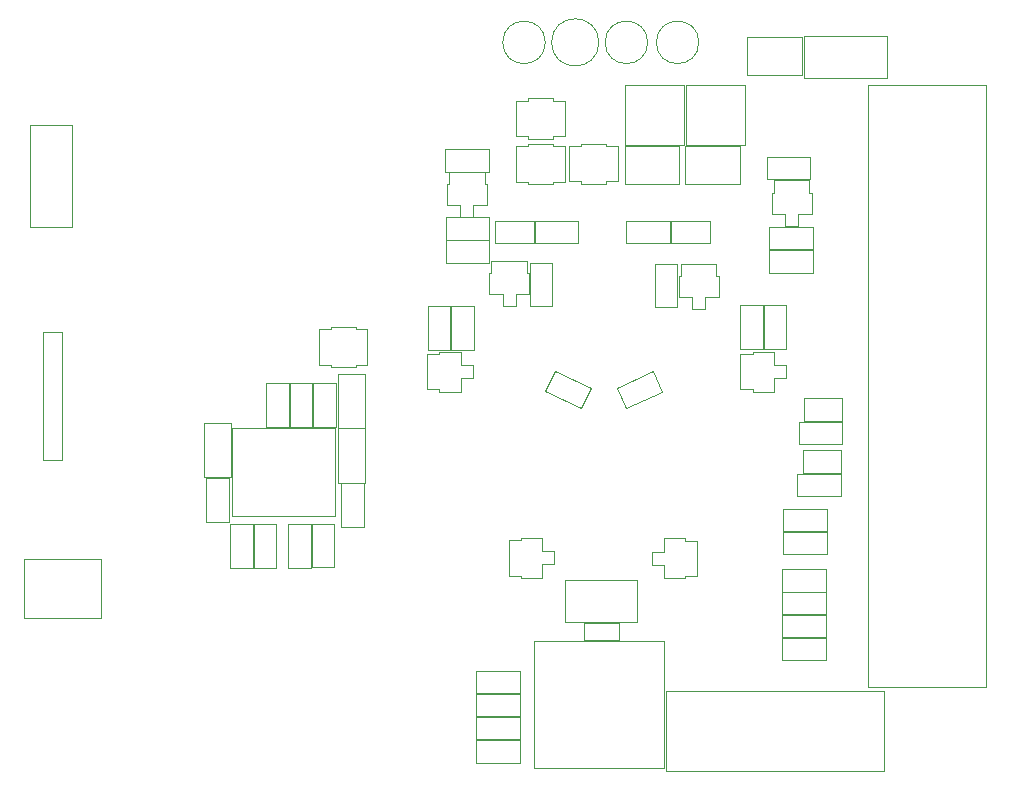
<source format=gbr>
%TF.GenerationSoftware,KiCad,Pcbnew,9.0.2*%
%TF.CreationDate,2025-07-21T22:11:43-06:00*%
%TF.ProjectId,Pico_H-bridge_complete,5069636f-5f48-42d6-9272-696467655f63,rev?*%
%TF.SameCoordinates,Original*%
%TF.FileFunction,Other,User*%
%FSLAX46Y46*%
G04 Gerber Fmt 4.6, Leading zero omitted, Abs format (unit mm)*
G04 Created by KiCad (PCBNEW 9.0.2) date 2025-07-21 22:11:43*
%MOMM*%
%LPD*%
G01*
G04 APERTURE LIST*
%ADD10C,0.050000*%
G04 APERTURE END LIST*
D10*
%TO.C,Q6*%
X147540000Y-71440000D02*
X147740000Y-71440000D01*
X147540000Y-73240000D02*
X147540000Y-71440000D01*
X147740000Y-70410000D02*
X150740000Y-70410000D01*
X147740000Y-71440000D02*
X147740000Y-70410000D01*
X148690000Y-73240000D02*
X147540000Y-73240000D01*
X148690000Y-74270000D02*
X148690000Y-73240000D01*
X149790000Y-73240000D02*
X149790000Y-74270000D01*
X149790000Y-74270000D02*
X148690000Y-74270000D01*
X150740000Y-70410000D02*
X150740000Y-71440000D01*
X150740000Y-71440000D02*
X150940000Y-71440000D01*
X150940000Y-71440000D02*
X150940000Y-73240000D01*
X150940000Y-73240000D02*
X149790000Y-73240000D01*
%TO.C,R34*%
X148420000Y-107175000D02*
X152120000Y-107175000D01*
X148420000Y-109075000D02*
X148420000Y-107175000D01*
X152120000Y-107175000D02*
X152120000Y-109075000D01*
X152120000Y-109075000D02*
X148420000Y-109075000D01*
%TO.C,C4*%
X145470000Y-58305000D02*
X150070000Y-58305000D01*
X145470000Y-61505000D02*
X145470000Y-58305000D01*
X150070000Y-58305000D02*
X150070000Y-61505000D01*
X150070000Y-61505000D02*
X145470000Y-61505000D01*
%TO.C,R5*%
X122530000Y-115840000D02*
X126230000Y-115840000D01*
X122530000Y-117740000D02*
X122530000Y-115840000D01*
X126230000Y-115840000D02*
X126230000Y-117740000D01*
X126230000Y-117740000D02*
X122530000Y-117740000D01*
%TO.C,R4*%
X149720000Y-95231429D02*
X153420000Y-95231429D01*
X149720000Y-97131429D02*
X149720000Y-95231429D01*
X153420000Y-95231429D02*
X153420000Y-97131429D01*
X153420000Y-97131429D02*
X149720000Y-97131429D01*
%TO.C,R2*%
X127475000Y-73841000D02*
X131175000Y-73841000D01*
X127475000Y-75741000D02*
X127475000Y-73841000D01*
X131175000Y-73841000D02*
X131175000Y-75741000D01*
X131175000Y-75741000D02*
X127475000Y-75741000D01*
%TO.C,TP2*%
X141372778Y-58725000D02*
G75*
G02*
X137772778Y-58725000I-1800000J0D01*
G01*
X137772778Y-58725000D02*
G75*
G02*
X141372778Y-58725000I1800000J0D01*
G01*
%TO.C,J4*%
X130085000Y-104225000D02*
X130085000Y-107765000D01*
X130085000Y-107765000D02*
X136175000Y-107765000D01*
X136175000Y-104225000D02*
X130085000Y-104225000D01*
X136175000Y-107765000D02*
X136175000Y-104225000D01*
%TO.C,R31*%
X119890000Y-67763334D02*
X123590000Y-67763334D01*
X119890000Y-69663334D02*
X119890000Y-67763334D01*
X123590000Y-67763334D02*
X123590000Y-69663334D01*
X123590000Y-69663334D02*
X119890000Y-69663334D01*
%TO.C,R24*%
X148520000Y-98235714D02*
X152220000Y-98235714D01*
X148520000Y-100135714D02*
X148520000Y-98235714D01*
X152220000Y-98235714D02*
X152220000Y-100135714D01*
X152220000Y-100135714D02*
X148520000Y-100135714D01*
%TO.C,R27*%
X144870000Y-80950000D02*
X146770000Y-80950000D01*
X144870000Y-84650000D02*
X144870000Y-80950000D01*
X146770000Y-80950000D02*
X146770000Y-84650000D01*
X146770000Y-84650000D02*
X144870000Y-84650000D01*
%TO.C,R12*%
X101715000Y-99510000D02*
X103615000Y-99510000D01*
X101715000Y-103210000D02*
X101715000Y-99510000D01*
X103615000Y-99510000D02*
X103615000Y-103210000D01*
X103615000Y-103210000D02*
X101715000Y-103210000D01*
%TO.C,TP6*%
X132907593Y-58725000D02*
G75*
G02*
X128907593Y-58725000I-2000000J0D01*
G01*
X128907593Y-58725000D02*
G75*
G02*
X132907593Y-58725000I2000000J0D01*
G01*
%TO.C,J2*%
X138625000Y-113655000D02*
X138625000Y-120405000D01*
X138625000Y-120405000D02*
X157025000Y-120405000D01*
X157025000Y-113655000D02*
X138625000Y-113655000D01*
X157025000Y-120405000D02*
X157025000Y-113655000D01*
%TO.C,J1*%
X155720000Y-62300000D02*
X155720000Y-113300000D01*
X155720000Y-113300000D02*
X165720000Y-113300000D01*
X165720000Y-62300000D02*
X155720000Y-62300000D01*
X165720000Y-113300000D02*
X165720000Y-62300000D01*
%TO.C,TP3*%
X137040185Y-58725000D02*
G75*
G02*
X133440185Y-58725000I-1800000J0D01*
G01*
X133440185Y-58725000D02*
G75*
G02*
X137040185Y-58725000I1800000J0D01*
G01*
%TO.C,C5*%
X131645000Y-107870000D02*
X134605000Y-107870000D01*
X131645000Y-109330000D02*
X131645000Y-107870000D01*
X134605000Y-107870000D02*
X134605000Y-109330000D01*
X134605000Y-109330000D02*
X131645000Y-109330000D01*
%TO.C,C12*%
X135110000Y-67500000D02*
X139710000Y-67500000D01*
X135110000Y-70700000D02*
X135110000Y-67500000D01*
X139710000Y-67500000D02*
X139710000Y-70700000D01*
X139710000Y-70700000D02*
X135110000Y-70700000D01*
%TO.C,Q3*%
X123610000Y-78255000D02*
X123810000Y-78255000D01*
X123610000Y-80055000D02*
X123610000Y-78255000D01*
X123810000Y-77225000D02*
X126810000Y-77225000D01*
X123810000Y-78255000D02*
X123810000Y-77225000D01*
X124760000Y-80055000D02*
X123610000Y-80055000D01*
X124760000Y-81085000D02*
X124760000Y-80055000D01*
X125860000Y-80055000D02*
X125860000Y-81085000D01*
X125860000Y-81085000D02*
X124760000Y-81085000D01*
X126810000Y-77225000D02*
X126810000Y-78255000D01*
X126810000Y-78255000D02*
X127010000Y-78255000D01*
X127010000Y-78255000D02*
X127010000Y-80055000D01*
X127010000Y-80055000D02*
X125860000Y-80055000D01*
%TO.C,U7*%
X135155000Y-62325000D02*
X135155000Y-67425000D01*
X135155000Y-62325000D02*
X140155000Y-62325000D01*
X140155000Y-67425000D02*
X135155000Y-67425000D01*
X140155000Y-67425000D02*
X140155000Y-62325000D01*
%TO.C,Q5*%
X120040000Y-70706667D02*
X120240000Y-70706667D01*
X120040000Y-72506667D02*
X120040000Y-70706667D01*
X120240000Y-69676667D02*
X123240000Y-69676667D01*
X120240000Y-70706667D02*
X120240000Y-69676667D01*
X121190000Y-72506667D02*
X120040000Y-72506667D01*
X121190000Y-73536667D02*
X121190000Y-72506667D01*
X122290000Y-72506667D02*
X122290000Y-73536667D01*
X122290000Y-73536667D02*
X121190000Y-73536667D01*
X123240000Y-69676667D02*
X123240000Y-70706667D01*
X123240000Y-70706667D02*
X123440000Y-70706667D01*
X123440000Y-70706667D02*
X123440000Y-72506667D01*
X123440000Y-72506667D02*
X122290000Y-72506667D01*
%TO.C,D7*%
X150320000Y-88875000D02*
X150320000Y-90775000D01*
X150320000Y-88875000D02*
X153520000Y-88875000D01*
X150320000Y-90775000D02*
X153520000Y-90775000D01*
X153520000Y-88875000D02*
X153520000Y-90775000D01*
%TO.C,D1*%
X138998000Y-73841000D02*
X142358000Y-73841000D01*
X138998000Y-75741000D02*
X138998000Y-73841000D01*
X142358000Y-73841000D02*
X142358000Y-75741000D01*
X142358000Y-75741000D02*
X138998000Y-75741000D01*
%TO.C,J3*%
X127425000Y-109390000D02*
X127425000Y-120200000D01*
X127425000Y-120200000D02*
X138425000Y-120200000D01*
X138425000Y-109390000D02*
X127425000Y-109390000D01*
X138425000Y-120200000D02*
X138425000Y-109390000D01*
%TO.C,R16*%
X108605000Y-99480000D02*
X110505000Y-99480000D01*
X108605000Y-103180000D02*
X108605000Y-99480000D01*
X110505000Y-99480000D02*
X110505000Y-103180000D01*
X110505000Y-103180000D02*
X108605000Y-103180000D01*
%TO.C,R17*%
X108720000Y-87560000D02*
X110620000Y-87560000D01*
X108720000Y-91260000D02*
X108720000Y-87560000D01*
X110620000Y-87560000D02*
X110620000Y-91260000D01*
X110620000Y-91260000D02*
X108720000Y-91260000D01*
%TO.C,R19*%
X104735000Y-87550000D02*
X106635000Y-87550000D01*
X104735000Y-91250000D02*
X104735000Y-87550000D01*
X106635000Y-87550000D02*
X106635000Y-91250000D01*
X106635000Y-91250000D02*
X104735000Y-91250000D01*
%TO.C,U6*%
X140255000Y-62325000D02*
X140255000Y-67425000D01*
X140255000Y-62325000D02*
X145255000Y-62325000D01*
X145255000Y-67425000D02*
X140255000Y-67425000D01*
X145255000Y-67425000D02*
X145255000Y-62325000D01*
%TO.C,R7*%
X127045000Y-77370000D02*
X128945000Y-77370000D01*
X127045000Y-81070000D02*
X127045000Y-77370000D01*
X128945000Y-77370000D02*
X128945000Y-81070000D01*
X128945000Y-81070000D02*
X127045000Y-81070000D01*
%TO.C,JP1*%
X84780000Y-65715000D02*
X84780000Y-74335000D01*
X84780000Y-74335000D02*
X88320000Y-74335000D01*
X88320000Y-65715000D02*
X84780000Y-65715000D01*
X88320000Y-74335000D02*
X88320000Y-65715000D01*
%TO.C,R35*%
X120417400Y-81047500D02*
X122317400Y-81047500D01*
X120417400Y-84747500D02*
X120417400Y-81047500D01*
X122317400Y-81047500D02*
X122317400Y-84747500D01*
X122317400Y-84747500D02*
X120417400Y-84747500D01*
%TO.C,R8*%
X147110000Y-68430000D02*
X150810000Y-68430000D01*
X147110000Y-70330000D02*
X147110000Y-68430000D01*
X150810000Y-68430000D02*
X150810000Y-70330000D01*
X150810000Y-70330000D02*
X147110000Y-70330000D01*
%TO.C,C8*%
X140225000Y-67490000D02*
X144825000Y-67490000D01*
X140225000Y-70690000D02*
X140225000Y-67490000D01*
X144825000Y-67490000D02*
X144825000Y-70690000D01*
X144825000Y-70690000D02*
X140225000Y-70690000D01*
%TO.C,D6*%
X150220000Y-93279286D02*
X150220000Y-95179286D01*
X150220000Y-93279286D02*
X153420000Y-93279286D01*
X150220000Y-95179286D02*
X153420000Y-95179286D01*
X153420000Y-93279286D02*
X153420000Y-95179286D01*
%TO.C,Q4*%
X139655000Y-78495000D02*
X139855000Y-78495000D01*
X139655000Y-80295000D02*
X139655000Y-78495000D01*
X139855000Y-77465000D02*
X142855000Y-77465000D01*
X139855000Y-78495000D02*
X139855000Y-77465000D01*
X140805000Y-80295000D02*
X139655000Y-80295000D01*
X140805000Y-81325000D02*
X140805000Y-80295000D01*
X141905000Y-80295000D02*
X141905000Y-81325000D01*
X141905000Y-81325000D02*
X140805000Y-81325000D01*
X142855000Y-77465000D02*
X142855000Y-78495000D01*
X142855000Y-78495000D02*
X143055000Y-78495000D01*
X143055000Y-78495000D02*
X143055000Y-80295000D01*
X143055000Y-80295000D02*
X141905000Y-80295000D01*
%TO.C,R13*%
X103695000Y-99520000D02*
X105595000Y-99520000D01*
X103695000Y-103220000D02*
X103695000Y-99520000D01*
X105595000Y-99520000D02*
X105595000Y-103220000D01*
X105595000Y-103220000D02*
X103695000Y-103220000D01*
%TO.C,U9*%
X125920000Y-63670000D02*
X126920000Y-63670000D01*
X125920000Y-66670000D02*
X125920000Y-63670000D01*
X126920000Y-63470000D02*
X129020000Y-63470000D01*
X126920000Y-63670000D02*
X126920000Y-63470000D01*
X126920000Y-66670000D02*
X125920000Y-66670000D01*
X126920000Y-66870000D02*
X126920000Y-66670000D01*
X129020000Y-63470000D02*
X129020000Y-63670000D01*
X129020000Y-63670000D02*
X130020000Y-63670000D01*
X129020000Y-66670000D02*
X129020000Y-66870000D01*
X129020000Y-66870000D02*
X126920000Y-66870000D01*
X130020000Y-63670000D02*
X130020000Y-66670000D01*
X130020000Y-66670000D02*
X129020000Y-66670000D01*
%TO.C,R3*%
X122530000Y-111940000D02*
X126230000Y-111940000D01*
X122530000Y-113840000D02*
X122530000Y-111940000D01*
X126230000Y-111940000D02*
X126230000Y-113840000D01*
X126230000Y-113840000D02*
X122530000Y-113840000D01*
%TO.C,D2*%
X124080000Y-73841000D02*
X127440000Y-73841000D01*
X124080000Y-75741000D02*
X124080000Y-73841000D01*
X127440000Y-73841000D02*
X127440000Y-75741000D01*
X127440000Y-75741000D02*
X124080000Y-75741000D01*
%TO.C,R33*%
X148420000Y-103325000D02*
X152120000Y-103325000D01*
X148420000Y-105225000D02*
X148420000Y-103325000D01*
X152120000Y-103325000D02*
X152120000Y-105225000D01*
X152120000Y-105225000D02*
X148420000Y-105225000D01*
%TO.C,C2*%
X110820000Y-91410000D02*
X113120000Y-91410000D01*
X110820000Y-96010000D02*
X110820000Y-91410000D01*
X113120000Y-91410000D02*
X113120000Y-96010000D01*
X113120000Y-96010000D02*
X110820000Y-96010000D01*
%TO.C,R10*%
X148420000Y-109140000D02*
X152120000Y-109140000D01*
X148420000Y-111040000D02*
X148420000Y-109140000D01*
X152120000Y-109140000D02*
X152120000Y-111040000D01*
X152120000Y-111040000D02*
X148420000Y-111040000D01*
%TO.C,Q7*%
X118384800Y-85100000D02*
X119414800Y-85100000D01*
X118384800Y-88100000D02*
X118384800Y-85100000D01*
X119414800Y-84900000D02*
X121214800Y-84900000D01*
X119414800Y-85100000D02*
X119414800Y-84900000D01*
X119414800Y-88100000D02*
X118384800Y-88100000D01*
X119414800Y-88300000D02*
X119414800Y-88100000D01*
X121214800Y-84900000D02*
X121214800Y-86050000D01*
X121214800Y-86050000D02*
X122244800Y-86050000D01*
X121214800Y-87150000D02*
X121214800Y-88300000D01*
X121214800Y-88300000D02*
X119414800Y-88300000D01*
X122244800Y-86050000D02*
X122244800Y-87150000D01*
X122244800Y-87150000D02*
X121214800Y-87150000D01*
%TO.C,R20*%
X122510000Y-117800000D02*
X126210000Y-117800000D01*
X122510000Y-119700000D02*
X122510000Y-117800000D01*
X126210000Y-117800000D02*
X126210000Y-119700000D01*
X126210000Y-119700000D02*
X122510000Y-119700000D01*
%TO.C,R23*%
X147310000Y-76330000D02*
X151010000Y-76330000D01*
X147310000Y-78230000D02*
X147310000Y-76330000D01*
X151010000Y-76330000D02*
X151010000Y-78230000D01*
X151010000Y-78230000D02*
X147310000Y-78230000D01*
%TO.C,D3*%
X128390916Y-88270994D02*
X129193890Y-86549008D01*
X129193890Y-86549008D02*
X132239084Y-87969006D01*
X131436110Y-89690992D02*
X128390916Y-88270994D01*
X132239084Y-87969006D02*
X131436110Y-89690992D01*
%TO.C,R1*%
X135239000Y-73841000D02*
X138939000Y-73841000D01*
X135239000Y-75741000D02*
X135239000Y-73841000D01*
X138939000Y-73841000D02*
X138939000Y-75741000D01*
X138939000Y-75741000D02*
X135239000Y-75741000D01*
%TO.C,Q2*%
X137395000Y-101860000D02*
X138425000Y-101860000D01*
X137395000Y-102960000D02*
X137395000Y-101860000D01*
X138425000Y-100710000D02*
X140225000Y-100710000D01*
X138425000Y-101860000D02*
X138425000Y-100710000D01*
X138425000Y-102960000D02*
X137395000Y-102960000D01*
X138425000Y-104110000D02*
X138425000Y-102960000D01*
X140225000Y-100710000D02*
X140225000Y-100910000D01*
X140225000Y-100910000D02*
X141255000Y-100910000D01*
X140225000Y-103910000D02*
X140225000Y-104110000D01*
X140225000Y-104110000D02*
X138425000Y-104110000D01*
X141255000Y-100910000D02*
X141255000Y-103910000D01*
X141255000Y-103910000D02*
X140225000Y-103910000D01*
%TO.C,Q8*%
X144890000Y-85100000D02*
X145920000Y-85100000D01*
X144890000Y-88100000D02*
X144890000Y-85100000D01*
X145920000Y-84900000D02*
X147720000Y-84900000D01*
X145920000Y-85100000D02*
X145920000Y-84900000D01*
X145920000Y-88100000D02*
X144890000Y-88100000D01*
X145920000Y-88300000D02*
X145920000Y-88100000D01*
X147720000Y-84900000D02*
X147720000Y-86050000D01*
X147720000Y-86050000D02*
X148750000Y-86050000D01*
X147720000Y-87150000D02*
X147720000Y-88300000D01*
X147720000Y-88300000D02*
X145920000Y-88300000D01*
X148750000Y-86050000D02*
X148750000Y-87150000D01*
X148750000Y-87150000D02*
X147720000Y-87150000D01*
%TO.C,C1*%
X99460000Y-90930000D02*
X101760000Y-90930000D01*
X99460000Y-95530000D02*
X99460000Y-90930000D01*
X101760000Y-90930000D02*
X101760000Y-95530000D01*
X101760000Y-95530000D02*
X99460000Y-95530000D01*
%TO.C,U8*%
X125920000Y-67505000D02*
X126920000Y-67505000D01*
X125920000Y-70505000D02*
X125920000Y-67505000D01*
X126920000Y-67305000D02*
X129020000Y-67305000D01*
X126920000Y-67505000D02*
X126920000Y-67305000D01*
X126920000Y-70505000D02*
X125920000Y-70505000D01*
X126920000Y-70705000D02*
X126920000Y-70505000D01*
X129020000Y-67305000D02*
X129020000Y-67505000D01*
X129020000Y-67505000D02*
X130020000Y-67505000D01*
X129020000Y-70505000D02*
X129020000Y-70705000D01*
X129020000Y-70705000D02*
X126920000Y-70705000D01*
X130020000Y-67505000D02*
X130020000Y-70505000D01*
X130020000Y-70505000D02*
X129020000Y-70505000D01*
%TO.C,C3*%
X110820000Y-86770000D02*
X113120000Y-86770000D01*
X110820000Y-91370000D02*
X110820000Y-86770000D01*
X113120000Y-86770000D02*
X113120000Y-91370000D01*
X113120000Y-91370000D02*
X110820000Y-91370000D01*
%TO.C,R21*%
X122515000Y-113900000D02*
X126215000Y-113900000D01*
X122515000Y-115800000D02*
X122515000Y-113900000D01*
X126215000Y-113900000D02*
X126215000Y-115800000D01*
X126215000Y-115800000D02*
X122515000Y-115800000D01*
%TO.C,U5*%
X101875000Y-91395000D02*
X110595000Y-91395000D01*
X101875000Y-98835000D02*
X101875000Y-91395000D01*
X110595000Y-91395000D02*
X110595000Y-98835000D01*
X110595000Y-98835000D02*
X101875000Y-98835000D01*
%TO.C,Q1*%
X125263738Y-100866260D02*
X126293738Y-100866260D01*
X125263738Y-103866260D02*
X125263738Y-100866260D01*
X126293738Y-100666260D02*
X128093738Y-100666260D01*
X126293738Y-100866260D02*
X126293738Y-100666260D01*
X126293738Y-103866260D02*
X125263738Y-103866260D01*
X126293738Y-104066260D02*
X126293738Y-103866260D01*
X128093738Y-100666260D02*
X128093738Y-101816260D01*
X128093738Y-101816260D02*
X129123738Y-101816260D01*
X128093738Y-102916260D02*
X128093738Y-104066260D01*
X128093738Y-104066260D02*
X126293738Y-104066260D01*
X129123738Y-101816260D02*
X129123738Y-102916260D01*
X129123738Y-102916260D02*
X128093738Y-102916260D01*
%TO.C,R18*%
X106727500Y-87550000D02*
X108627500Y-87550000D01*
X106727500Y-91250000D02*
X106727500Y-87550000D01*
X108627500Y-87550000D02*
X108627500Y-91250000D01*
X108627500Y-91250000D02*
X106727500Y-91250000D01*
%TO.C,SW1*%
X85820000Y-83220000D02*
X87420000Y-83220000D01*
X85820000Y-94120000D02*
X85820000Y-83220000D01*
X87420000Y-83220000D02*
X87420000Y-94120000D01*
X87420000Y-94120000D02*
X85820000Y-94120000D01*
%TO.C,R30*%
X119940000Y-75463334D02*
X123640000Y-75463334D01*
X119940000Y-77363334D02*
X119940000Y-75463334D01*
X123640000Y-75463334D02*
X123640000Y-77363334D01*
X123640000Y-77363334D02*
X119940000Y-77363334D01*
%TO.C,RV1*%
X90770000Y-102475000D02*
X84270000Y-102475000D01*
X84270000Y-107475000D01*
X90770000Y-107475000D01*
X90770000Y-102475000D01*
%TO.C,R14*%
X111100000Y-96050000D02*
X113000000Y-96050000D01*
X111100000Y-99750000D02*
X111100000Y-96050000D01*
X113000000Y-96050000D02*
X113000000Y-99750000D01*
X113000000Y-99750000D02*
X111100000Y-99750000D01*
%TO.C,R15*%
X106625000Y-99490000D02*
X108525000Y-99490000D01*
X106625000Y-103190000D02*
X106625000Y-99490000D01*
X108525000Y-99490000D02*
X108525000Y-103190000D01*
X108525000Y-103190000D02*
X106625000Y-103190000D01*
%TO.C,R25*%
X148520000Y-100183571D02*
X152220000Y-100183571D01*
X148520000Y-102083571D02*
X148520000Y-100183571D01*
X152220000Y-100183571D02*
X152220000Y-102083571D01*
X152220000Y-102083571D02*
X148520000Y-102083571D01*
%TO.C,D5*%
X150320000Y-58210000D02*
X157320000Y-58210000D01*
X150320000Y-61710000D02*
X150320000Y-58210000D01*
X157320000Y-58210000D02*
X157320000Y-61710000D01*
X157320000Y-61710000D02*
X150320000Y-61710000D01*
%TO.C,U10*%
X130415000Y-67495000D02*
X131415000Y-67495000D01*
X130415000Y-70495000D02*
X130415000Y-67495000D01*
X131415000Y-67295000D02*
X133515000Y-67295000D01*
X131415000Y-67495000D02*
X131415000Y-67295000D01*
X131415000Y-70495000D02*
X130415000Y-70495000D01*
X131415000Y-70695000D02*
X131415000Y-70495000D01*
X133515000Y-67295000D02*
X133515000Y-67495000D01*
X133515000Y-67495000D02*
X134515000Y-67495000D01*
X133515000Y-70495000D02*
X133515000Y-70695000D01*
X133515000Y-70695000D02*
X131415000Y-70695000D01*
X134515000Y-67495000D02*
X134515000Y-70495000D01*
X134515000Y-70495000D02*
X133515000Y-70495000D01*
%TO.C,R28*%
X146870000Y-80950000D02*
X148770000Y-80950000D01*
X146870000Y-84650000D02*
X146870000Y-80950000D01*
X148770000Y-80950000D02*
X148770000Y-84650000D01*
X148770000Y-84650000D02*
X146870000Y-84650000D01*
%TO.C,TP1*%
X128375000Y-58725000D02*
G75*
G02*
X124775000Y-58725000I-1800000J0D01*
G01*
X124775000Y-58725000D02*
G75*
G02*
X128375000Y-58725000I1800000J0D01*
G01*
%TO.C,R22*%
X147310000Y-74350000D02*
X151010000Y-74350000D01*
X147310000Y-76250000D02*
X147310000Y-74350000D01*
X151010000Y-74350000D02*
X151010000Y-76250000D01*
X151010000Y-76250000D02*
X147310000Y-76250000D01*
%TO.C,R11*%
X99680000Y-95610000D02*
X101580000Y-95610000D01*
X99680000Y-99310000D02*
X99680000Y-95610000D01*
X101580000Y-95610000D02*
X101580000Y-99310000D01*
X101580000Y-99310000D02*
X99680000Y-99310000D01*
%TO.C,U11*%
X109215000Y-83000000D02*
X110215000Y-83000000D01*
X109215000Y-86000000D02*
X109215000Y-83000000D01*
X110215000Y-82800000D02*
X112315000Y-82800000D01*
X110215000Y-83000000D02*
X110215000Y-82800000D01*
X110215000Y-86000000D02*
X109215000Y-86000000D01*
X110215000Y-86200000D02*
X110215000Y-86000000D01*
X112315000Y-82800000D02*
X112315000Y-83000000D01*
X112315000Y-83000000D02*
X113315000Y-83000000D01*
X112315000Y-86000000D02*
X112315000Y-86200000D01*
X112315000Y-86200000D02*
X110215000Y-86200000D01*
X113315000Y-83000000D02*
X113315000Y-86000000D01*
X113315000Y-86000000D02*
X112315000Y-86000000D01*
%TO.C,D4*%
X134415915Y-87999007D02*
X137461108Y-86579008D01*
X135218892Y-89720992D02*
X134415915Y-87999007D01*
X137461108Y-86579008D02*
X138264085Y-88300993D01*
X138264085Y-88300993D02*
X135218892Y-89720992D01*
%TO.C,R6*%
X149820000Y-90827143D02*
X153520000Y-90827143D01*
X149820000Y-92727143D02*
X149820000Y-90827143D01*
X153520000Y-90827143D02*
X153520000Y-92727143D01*
X153520000Y-92727143D02*
X149820000Y-92727143D01*
%TO.C,R29*%
X119940000Y-73550001D02*
X123640000Y-73550001D01*
X119940000Y-75450001D02*
X119940000Y-73550001D01*
X123640000Y-73550001D02*
X123640000Y-75450001D01*
X123640000Y-75450001D02*
X119940000Y-75450001D01*
%TO.C,R26*%
X118417400Y-81050000D02*
X120317400Y-81050000D01*
X118417400Y-84750000D02*
X118417400Y-81050000D01*
X120317400Y-81050000D02*
X120317400Y-84750000D01*
X120317400Y-84750000D02*
X118417400Y-84750000D01*
%TO.C,R9*%
X137645000Y-77470000D02*
X139545000Y-77470000D01*
X137645000Y-81170000D02*
X137645000Y-77470000D01*
X139545000Y-77470000D02*
X139545000Y-81170000D01*
X139545000Y-81170000D02*
X137645000Y-81170000D01*
%TO.C,R32*%
X148420000Y-105225000D02*
X152120000Y-105225000D01*
X148420000Y-107125000D02*
X148420000Y-105225000D01*
X152120000Y-105225000D02*
X152120000Y-107125000D01*
X152120000Y-107125000D02*
X148420000Y-107125000D01*
%TD*%
M02*

</source>
